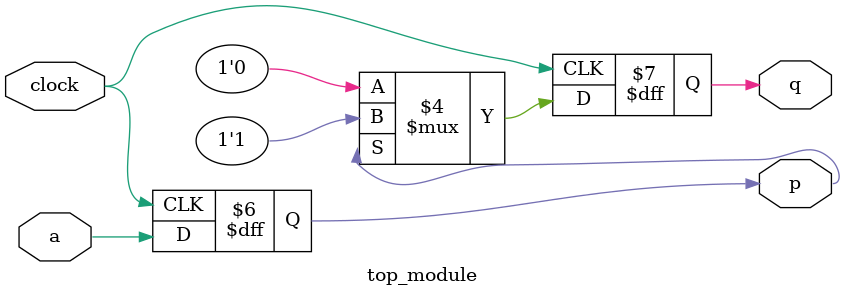
<source format=sv>
module top_module (
    input clock,
    input a, 
    output reg p,
    output reg q
);

always @(posedge clock) begin
    // Update p
    p <= a;

    // Update q
    if (p == 1'b1) begin
        q <= 1'b1;
    end else begin
        q <= 0;
    end
end

endmodule

</source>
